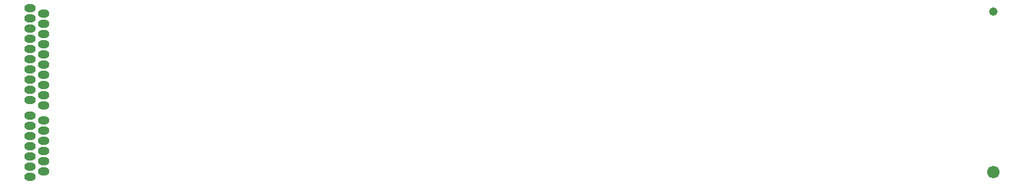
<source format=gbs>
G04*
G04 #@! TF.GenerationSoftware,Altium Limited,Altium Designer,22.3.1 (43)*
G04*
G04 Layer_Color=16711935*
%FSLAX25Y25*%
%MOIN*%
G70*
G04*
G04 #@! TF.SameCoordinates,E818B628-65F0-44BA-8D72-483C3118F3C7*
G04*
G04*
G04 #@! TF.FilePolarity,Negative*
G04*
G01*
G75*
%ADD26O,0.05721X0.03950*%
%ADD27C,0.04134*%
%ADD28C,0.06102*%
D26*
X70468Y309093D02*
D03*
X77043Y318963D02*
D03*
Y353963D02*
D03*
Y363963D02*
D03*
Y358963D02*
D03*
Y348963D02*
D03*
Y328963D02*
D03*
Y343963D02*
D03*
Y338963D02*
D03*
Y333963D02*
D03*
Y323963D02*
D03*
Y291593D02*
D03*
Y311593D02*
D03*
Y306593D02*
D03*
Y301593D02*
D03*
Y296593D02*
D03*
X70468Y284093D02*
D03*
X77043Y286593D02*
D03*
X70468Y289093D02*
D03*
Y304093D02*
D03*
Y299093D02*
D03*
Y294093D02*
D03*
Y321463D02*
D03*
Y326463D02*
D03*
Y314093D02*
D03*
Y366463D02*
D03*
Y361463D02*
D03*
Y356463D02*
D03*
Y351463D02*
D03*
Y346463D02*
D03*
Y341463D02*
D03*
Y336463D02*
D03*
Y331463D02*
D03*
D27*
X541445Y364873D02*
D03*
D28*
Y286133D02*
D03*
M02*

</source>
